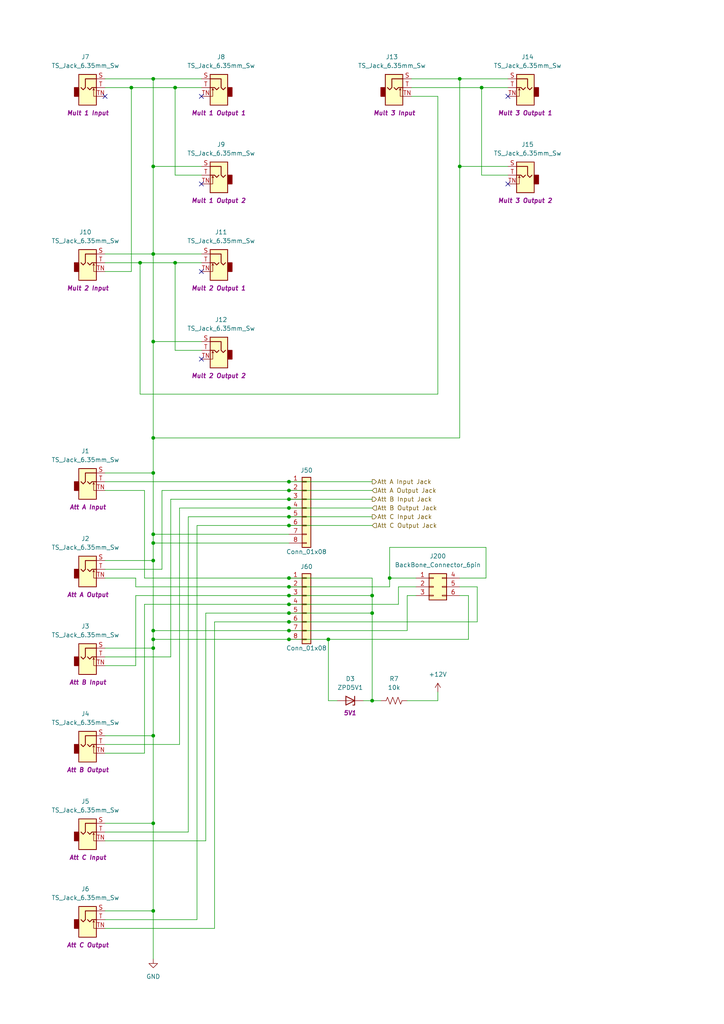
<source format=kicad_sch>
(kicad_sch (version 20250114) (generator "eeschema") (generator_version "9.0")
  (paper "A4" portrait)
  (title_block (company "DMH Instruments") (comment 1 "PCB for 5 cm Kosmo format synthesizer module"))
  (lib_symbols
    (symbol "Connector_Generic:Conn_01x08" (pin_names (offset 1.016) (hide yes))
      (property "Reference" "J" (at 0 10.16 0))
      (property "Value" "Conn_01x08" (at 0 -12.7 0))
      (symbol "Conn_01x08_1_1"
        (rectangle (start -1.27 8.89) (end 1.27 -11.43) (stroke (width 0.254)) (fill (type background)))
        (rectangle (start -1.27 7.747) (end 0 7.493) (stroke (width 0.1524)))
        (rectangle (start -1.27 5.207) (end 0 4.953) (stroke (width 0.1524)))
        (rectangle (start -1.27 2.667) (end 0 2.413) (stroke (width 0.1524)))
        (rectangle (start -1.27 0.127) (end 0 -0.127) (stroke (width 0.1524)))
        (rectangle (start -1.27 -2.413) (end 0 -2.667) (stroke (width 0.1524)))
        (rectangle (start -1.27 -4.953) (end 0 -5.207) (stroke (width 0.1524)))
        (rectangle (start -1.27 -7.493) (end 0 -7.747) (stroke (width 0.1524)))
        (rectangle (start -1.27 -10.033) (end 0 -10.287) (stroke (width 0.1524)))
        (pin passive line (at -5.08 7.62 0) (length 3.81) (name "Pin_1") (number "1"))
        (pin passive line (at -5.08 5.08 0) (length 3.81) (name "Pin_2") (number "2"))
        (pin passive line (at -5.08 2.54 0) (length 3.81) (name "Pin_3") (number "3"))
        (pin passive line (at -5.08 0 0) (length 3.81) (name "Pin_4") (number "4"))
        (pin passive line (at -5.08 -2.54 0) (length 3.81) (name "Pin_5") (number "5"))
        (pin passive line (at -5.08 -5.08 0) (length 3.81) (name "Pin_6") (number "6"))
        (pin passive line (at -5.08 -7.62 0) (length 3.81) (name "Pin_7") (number "7"))
        (pin passive line (at -5.08 -10.16 0) (length 3.81) (name "Pin_8") (number "8"))
      )
    )
    (symbol "Device:R_US" (pin_numbers (hide yes)) (pin_names (offset 0))
      (property "Reference" "R" (at 2.54 0 90))
      (property "Value" "R_US" (at -2.54 0 90))
      (symbol "R_US_0_1"
        (polyline (pts (xy 0 2.286) (xy 0 2.54)))
        (polyline (pts (xy 0 2.286) (xy 1.016 1.905) (xy 0 1.524) (xy -1.016 1.143) (xy 0 0.762)))
        (polyline (pts (xy 0 0.762) (xy 1.016 0.381) (xy 0 0) (xy -1.016 -0.381) (xy 0 -0.762)))
        (polyline (pts (xy 0 -0.762) (xy 1.016 -1.143) (xy 0 -1.524) (xy -1.016 -1.905) (xy 0 -2.286)))
        (polyline (pts (xy 0 -2.286) (xy 0 -2.54)))
      )
      (symbol "R_US_1_1"
        (pin passive line (at 0 3.81 270) (length 1.27) (name "~") (number "1"))
        (pin passive line (at 0 -3.81 90) (length 1.27) (name "~") (number "2"))
      )
    )
    (symbol "Diode:ZPDxx" (pin_numbers (hide yes)) (pin_names (hide yes))
      (property "Reference" "D" (at 0 2.54 0))
      (property "Value" "ZPDxx" (at 0 -2.54 0))
      (symbol "ZPDxx_0_1"
        (polyline (pts (xy -1.27 -1.27) (xy -1.27 1.27) (xy -0.762 1.27)) (stroke (width 0.254)))
        (polyline (pts (xy 1.27 0) (xy -1.27 0)))
        (polyline (pts (xy 1.27 -1.27) (xy 1.27 1.27) (xy -1.27 0) (xy 1.27 -1.27)) (stroke (width 0.254)))
      )
      (symbol "ZPDxx_1_1"
        (pin passive line (at -3.81 0 0) (length 2.54) (name "K") (number "1"))
        (pin passive line (at 3.81 0 180) (length 2.54) (name "A") (number "2"))
      )
    )
    (symbol "SynthStuff:BackBone_Connector_6pin" (pin_names (offset 1.016) (hide yes))
      (property "Reference" "J" (at 1.27 5.08 0))
      (property "Value" "BackBone_Connector_6pin" (at 1.27 -5.08 0))
      (symbol "BackBone_Connector_6pin_1_1"
        (rectangle (start -1.27 3.81) (end 3.81 -3.81) (stroke (width 0.254)) (fill (type background)))
        (rectangle (start -1.27 2.667) (end 0 2.413) (stroke (width 0.1524)))
        (rectangle (start -1.27 0.127) (end 0 -0.127) (stroke (width 0.1524)))
        (rectangle (start -1.27 -2.413) (end 0 -2.667) (stroke (width 0.1524)))
        (rectangle (start 3.81 2.667) (end 2.54 2.413) (stroke (width 0.1524)))
        (rectangle (start 3.81 0.127) (end 2.54 -0.127) (stroke (width 0.1524)))
        (rectangle (start 3.81 -2.413) (end 2.54 -2.667) (stroke (width 0.1524)))
        (pin passive line (at -5.08 2.54 0) (length 3.81) (name "Pin_1") (number "1"))
        (pin passive line (at -5.08 0 0) (length 3.81) (name "Pin_2") (number "2"))
        (pin passive line (at -5.08 -2.54 0) (length 3.81) (name "Pin_3") (number "3"))
        (pin passive line (at 7.62 2.54 180) (length 3.81) (name "Pin_4") (number "4"))
        (pin passive line (at 7.62 0 180) (length 3.81) (name "Pin_5") (number "5"))
        (pin passive line (at 7.62 -2.54 180) (length 3.81) (name "Pin_6") (number "6"))
      )
    )
    (symbol "SynthStuff:TS_Jack_6.35mm_Sw"
      (property "Reference" "J" (at -0.635 8.89 0))
      (property "Value" "TS_Jack_6.35mm_Sw" (at -0.635 6.35 0))
      (symbol "TS_Jack_6.35mm_Sw_0_1"
        (rectangle (start -2.54 0) (end -3.81 -2.54) (stroke (width 0.254)) (fill (type outline)))
        (polyline (pts (xy 0 0) (xy 0.635 -0.635) (xy 1.27 0) (xy 2.54 0)) (stroke (width 0.254)))
        (polyline (pts (xy 1.778 -0.254) (xy 2.032 -0.762)))
        (rectangle (start 2.54 3.81) (end -2.54 -5.08) (stroke (width 0.254)) (fill (type background)))
        (polyline (pts (xy 2.54 2.54) (xy -0.635 2.54) (xy -0.635 0) (xy -1.27 -0.635) (xy -1.905 0)) (stroke (width 0.254)))
        (polyline (pts (xy 2.54 -2.54) (xy 1.778 -2.54) (xy 1.778 -0.254) (xy 1.524 -0.762)))
      )
      (symbol "TS_Jack_6.35mm_Sw_1_1"
        (pin passive line (at 5.08 2.54 180) (length 2.54) (name "~") (number "S"))
        (pin passive line (at 5.08 0 180) (length 2.54) (name "~") (number "T"))
        (pin passive line (at 5.08 -2.54 180) (length 2.54) (name "~") (number "TN"))
      )
    )
    (symbol "power:+12V" (power) (pin_numbers (hide yes)) (pin_names (offset 0) (hide yes))
      (property "Value" "+12V" (at 0 3.556 0))
      (symbol "+12V_0_1"
        (polyline (pts (xy -0.762 1.27) (xy 0 2.54)))
        (polyline (pts (xy 0 2.54) (xy 0.762 1.27)))
        (polyline (pts (xy 0 0) (xy 0 2.54)))
      )
      (symbol "+12V_1_1"
        (pin power_in line (at 0 0 90) (length 0) (name "~") (number "1"))
      )
    )
    (symbol "power:GND" (power) (pin_numbers (hide yes)) (pin_names (offset 0) (hide yes))
      (property "Value" "GND" (at 0 -3.81 0))
      (symbol "GND_0_1"
        (polyline (pts (xy 0 0) (xy 0 -1.27) (xy 1.27 -1.27) (xy 0 -2.54) (xy -1.27 -1.27) (xy 0 -1.27)))
      )
      (symbol "GND_1_1"
        (pin power_in line (at 0 0 270) (length 0) (name "~") (number "1"))
      )
    )
  )
  (junction (at 44.45 137.16))
  (junction (at 83.82 142.24))
  (junction (at 113.03 167.64))
  (junction (at 44.45 185.42))
  (junction (at 44.45 162.56))
  (junction (at 83.82 152.4))
  (junction (at 139.7 25.4))
  (junction (at 83.82 144.78))
  (junction (at 44.45 264.16))
  (junction (at 83.82 180.34))
  (junction (at 83.82 149.86))
  (junction (at 38.1 25.4))
  (junction (at 107.95 203.2))
  (junction (at 83.82 147.32))
  (junction (at 83.82 185.42))
  (junction (at 50.8 25.4))
  (junction (at 44.45 238.76))
  (junction (at 107.95 172.72))
  (junction (at 44.45 99.06))
  (junction (at 95.25 185.42))
  (junction (at 44.45 73.66))
  (junction (at 133.35 48.26))
  (junction (at 44.45 154.94))
  (junction (at 44.45 182.88))
  (junction (at 83.82 167.64))
  (junction (at 107.95 177.8))
  (junction (at 50.8 76.2))
  (junction (at 40.64 76.2))
  (junction (at 83.82 177.8))
  (junction (at 83.82 182.88))
  (junction (at 44.45 213.36))
  (junction (at 44.45 157.48))
  (junction (at 44.45 187.96))
  (junction (at 44.45 22.86))
  (junction (at 133.35 22.86))
  (junction (at 83.82 175.26))
  (junction (at 83.82 172.72))
  (junction (at 44.45 127))
  (junction (at 83.82 139.7))
  (junction (at 83.82 170.18))
  (junction (at 44.45 48.26))
  (no_connect (at 58.42 104.14))
  (no_connect (at 58.42 53.34))
  (no_connect (at 147.32 53.34))
  (no_connect (at 147.32 27.94))
  (no_connect (at 58.42 78.74))
  (no_connect (at 58.42 27.94))
  (no_connect (at 30.48 27.94))
  (wire (pts (xy 44.45 48.26) (xy 44.45 22.86)))
  (wire (pts (xy 118.11 172.72) (xy 118.11 182.88)))
  (wire (pts (xy 30.48 213.36) (xy 44.45 213.36)))
  (wire (pts (xy 115.57 175.26) (xy 115.57 170.18)))
  (wire (pts (xy 44.45 238.76) (xy 44.45 264.16)))
  (wire (pts (xy 30.48 25.4) (xy 38.1 25.4)))
  (wire (pts (xy 83.82 167.64) (xy 107.95 167.64)))
  (wire (pts (xy 41.91 142.24) (xy 41.91 167.64)))
  (wire (pts (xy 83.82 147.32) (xy 107.95 147.32)))
  (wire (pts (xy 95.25 185.42) (xy 95.25 203.2)))
  (wire (pts (xy 38.1 25.4) (xy 50.8 25.4)))
  (wire (pts (xy 50.8 25.4) (xy 58.42 25.4)))
  (wire (pts (xy 44.45 182.88) (xy 83.82 182.88)))
  (wire (pts (xy 133.35 48.26) (xy 133.35 22.86)))
  (wire (pts (xy 49.53 190.5) (xy 49.53 144.78)))
  (wire (pts (xy 54.61 149.86) (xy 83.82 149.86)))
  (wire (pts (xy 83.82 149.86) (xy 107.95 149.86)))
  (wire (pts (xy 44.45 99.06) (xy 44.45 127)))
  (wire (pts (xy 30.48 269.24) (xy 62.23 269.24)))
  (wire (pts (xy 50.8 101.6) (xy 50.8 76.2)))
  (wire (pts (xy 118.11 172.72) (xy 120.65 172.72)))
  (wire (pts (xy 83.82 175.26) (xy 115.57 175.26)))
  (wire (pts (xy 138.43 170.18) (xy 138.43 180.34)))
  (wire (pts (xy 57.15 266.7) (xy 57.15 152.4)))
  (wire (pts (xy 118.11 203.2) (xy 127 203.2)))
  (wire (pts (xy 30.48 78.74) (xy 38.1 78.74)))
  (wire (pts (xy 30.48 215.9) (xy 52.07 215.9)))
  (wire (pts (xy 113.03 167.64) (xy 120.65 167.64)))
  (wire (pts (xy 113.03 158.75) (xy 140.97 158.75)))
  (wire (pts (xy 44.45 127) (xy 133.35 127)))
  (wire (pts (xy 41.91 175.26) (xy 83.82 175.26)))
  (wire (pts (xy 133.35 48.26) (xy 133.35 127)))
  (wire (pts (xy 139.7 50.8) (xy 139.7 25.4)))
  (wire (pts (xy 140.97 167.64) (xy 133.35 167.64)))
  (wire (pts (xy 41.91 167.64) (xy 83.82 167.64)))
  (wire (pts (xy 62.23 180.34) (xy 83.82 180.34)))
  (wire (pts (xy 147.32 50.8) (xy 139.7 50.8)))
  (wire (pts (xy 135.89 172.72) (xy 135.89 185.42)))
  (wire (pts (xy 58.42 73.66) (xy 44.45 73.66)))
  (wire (pts (xy 46.99 142.24) (xy 83.82 142.24)))
  (wire (pts (xy 115.57 170.18) (xy 120.65 170.18)))
  (wire (pts (xy 30.48 167.64) (xy 39.37 167.64)))
  (wire (pts (xy 139.7 25.4) (xy 147.32 25.4)))
  (wire (pts (xy 52.07 215.9) (xy 52.07 147.32)))
  (wire (pts (xy 44.45 154.94) (xy 83.82 154.94)))
  (wire (pts (xy 40.64 76.2) (xy 50.8 76.2)))
  (wire (pts (xy 97.79 203.2) (xy 95.25 203.2)))
  (wire (pts (xy 39.37 170.18) (xy 83.82 170.18)))
  (wire (pts (xy 83.82 144.78) (xy 107.95 144.78)))
  (wire (pts (xy 83.82 152.4) (xy 107.95 152.4)))
  (wire (pts (xy 113.03 170.18) (xy 113.03 167.64)))
  (wire (pts (xy 107.95 203.2) (xy 110.49 203.2)))
  (wire (pts (xy 49.53 144.78) (xy 83.82 144.78)))
  (wire (pts (xy 83.82 182.88) (xy 118.11 182.88)))
  (wire (pts (xy 40.64 114.3) (xy 40.64 76.2)))
  (wire (pts (xy 105.41 203.2) (xy 107.95 203.2)))
  (wire (pts (xy 58.42 50.8) (xy 50.8 50.8)))
  (wire (pts (xy 44.45 154.94) (xy 44.45 157.48)))
  (wire (pts (xy 30.48 139.7) (xy 83.82 139.7)))
  (wire (pts (xy 30.48 142.24) (xy 41.91 142.24)))
  (wire (pts (xy 30.48 241.3) (xy 54.61 241.3)))
  (wire (pts (xy 44.45 99.06) (xy 44.45 73.66)))
  (wire (pts (xy 30.48 76.2) (xy 40.64 76.2)))
  (wire (pts (xy 39.37 167.64) (xy 39.37 170.18)))
  (wire (pts (xy 30.48 22.86) (xy 44.45 22.86)))
  (wire (pts (xy 58.42 99.06) (xy 44.45 99.06)))
  (wire (pts (xy 44.45 187.96) (xy 44.45 213.36)))
  (wire (pts (xy 38.1 25.4) (xy 38.1 78.74)))
  (wire (pts (xy 59.69 243.84) (xy 59.69 177.8)))
  (wire (pts (xy 107.95 172.72) (xy 107.95 167.64)))
  (wire (pts (xy 140.97 158.75) (xy 140.97 167.64)))
  (wire (pts (xy 119.38 27.94) (xy 127 27.94)))
  (wire (pts (xy 30.48 266.7) (xy 57.15 266.7)))
  (wire (pts (xy 58.42 101.6) (xy 50.8 101.6)))
  (wire (pts (xy 30.48 165.1) (xy 46.99 165.1)))
  (wire (pts (xy 127 203.2) (xy 127 200.66)))
  (wire (pts (xy 30.48 73.66) (xy 44.45 73.66)))
  (wire (pts (xy 30.48 264.16) (xy 44.45 264.16)))
  (wire (pts (xy 44.45 162.56) (xy 44.45 182.88)))
  (wire (pts (xy 50.8 76.2) (xy 58.42 76.2)))
  (wire (pts (xy 39.37 193.04) (xy 39.37 172.72)))
  (wire (pts (xy 62.23 269.24) (xy 62.23 180.34)))
  (wire (pts (xy 30.48 238.76) (xy 44.45 238.76)))
  (wire (pts (xy 44.45 185.42) (xy 83.82 185.42)))
  (wire (pts (xy 133.35 22.86) (xy 147.32 22.86)))
  (wire (pts (xy 58.42 48.26) (xy 44.45 48.26)))
  (wire (pts (xy 147.32 48.26) (xy 133.35 48.26)))
  (wire (pts (xy 50.8 50.8) (xy 50.8 25.4)))
  (wire (pts (xy 30.48 137.16) (xy 44.45 137.16)))
  (wire (pts (xy 44.45 73.66) (xy 44.45 48.26)))
  (wire (pts (xy 44.45 213.36) (xy 44.45 238.76)))
  (wire (pts (xy 39.37 172.72) (xy 83.82 172.72)))
  (wire (pts (xy 113.03 167.64) (xy 113.03 158.75)))
  (wire (pts (xy 52.07 147.32) (xy 83.82 147.32)))
  (wire (pts (xy 44.45 182.88) (xy 44.45 185.42)))
  (wire (pts (xy 44.45 264.16) (xy 44.45 278.13)))
  (wire (pts (xy 119.38 25.4) (xy 139.7 25.4)))
  (wire (pts (xy 138.43 170.18) (xy 133.35 170.18)))
  (wire (pts (xy 44.45 157.48) (xy 44.45 162.56)))
  (wire (pts (xy 107.95 203.2) (xy 107.95 177.8)))
  (wire (pts (xy 41.91 218.44) (xy 41.91 175.26)))
  (wire (pts (xy 133.35 172.72) (xy 135.89 172.72)))
  (wire (pts (xy 46.99 142.24) (xy 46.99 165.1)))
  (wire (pts (xy 138.43 180.34) (xy 83.82 180.34)))
  (wire (pts (xy 30.48 162.56) (xy 44.45 162.56)))
  (wire (pts (xy 127 27.94) (xy 127 114.3)))
  (wire (pts (xy 44.45 157.48) (xy 83.82 157.48)))
  (wire (pts (xy 30.48 193.04) (xy 39.37 193.04)))
  (wire (pts (xy 119.38 22.86) (xy 133.35 22.86)))
  (wire (pts (xy 30.48 243.84) (xy 59.69 243.84)))
  (wire (pts (xy 95.25 185.42) (xy 135.89 185.42)))
  (wire (pts (xy 40.64 114.3) (xy 127 114.3)))
  (wire (pts (xy 83.82 139.7) (xy 107.95 139.7)))
  (wire (pts (xy 44.45 137.16) (xy 44.45 154.94)))
  (wire (pts (xy 107.95 177.8) (xy 107.95 172.72)))
  (wire (pts (xy 30.48 190.5) (xy 49.53 190.5)))
  (wire (pts (xy 83.82 172.72) (xy 107.95 172.72)))
  (wire (pts (xy 83.82 177.8) (xy 107.95 177.8)))
  (wire (pts (xy 44.45 22.86) (xy 58.42 22.86)))
  (wire (pts (xy 44.45 127) (xy 44.45 137.16)))
  (wire (pts (xy 30.48 187.96) (xy 44.45 187.96)))
  (wire (pts (xy 44.45 185.42) (xy 44.45 187.96)))
  (wire (pts (xy 57.15 152.4) (xy 83.82 152.4)))
  (wire (pts (xy 83.82 142.24) (xy 107.95 142.24)))
  (wire (pts (xy 59.69 177.8) (xy 83.82 177.8)))
  (wire (pts (xy 83.82 185.42) (xy 95.25 185.42)))
  (wire (pts (xy 54.61 241.3) (xy 54.61 149.86)))
  (wire (pts (xy 83.82 170.18) (xy 113.03 170.18)))
  (wire (pts (xy 30.48 218.44) (xy 41.91 218.44)))
  (hierarchical_label "Att A Input Jack" (shape output) (at 107.95 139.7 0))
  (hierarchical_label "Att B Output Jack" (shape input) (at 107.95 147.32 0))
  (hierarchical_label "Att C Input Jack" (shape output) (at 107.95 149.86 0))
  (hierarchical_label "Att C Output Jack" (shape input) (at 107.95 152.4 0))
  (hierarchical_label "Att B Input Jack" (shape output) (at 107.95 144.78 0))
  (hierarchical_label "Att A Output Jack" (shape input) (at 107.95 142.24 0))
  (symbol (lib_id "SynthStuff:TS_Jack_6.35mm_Sw") (at 25.4 139.7 0) (unit 1) (on_board no)
    (property "Reference" "J1" (at 24.765 130.81 0))
    (property "Value" "TS_Jack_6.35mm_Sw" (at 24.765 133.35 0))
    (property "Footprint" "SynthStuff:CUI_MJ-63052A" (effects (hide yes)))
    (property "Description" "Audio Jack, 2 Poles (Mono / TS), Switched T Pole (Normalling), 6.35mm, 1/4inch" (effects (hide yes)))
    (property "Function" "Att A Input" (at 25.4 147.066 0) (effects (font (thickness 0.254) (bold yes) (italic yes))))
  )
  (symbol (lib_id "Connector_Generic:Conn_01x08") (at 88.9 147.32 0) (unit 1)
    (property "Reference" "J50" (at 87.122 136.398 0) (effects (justify left)))
    (property "Value" "Conn_01x08" (at 88.9 160.02 0))
    (property "Footprint" "Connector_PinSocket_2.54mm:PinSocket_1x06_P2.54mm_Vertical" (effects (hide yes)))
    (property "Description" "Generic connector, single row, 01x08, script generated (kicad-library-utils/schlib/autogen/connector/)" (effects (hide yes)))
  )
  (symbol (lib_id "power:GND") (at 44.45 278.13 0) (unit 1)
    (property "Reference" "#PWR03" (effects (hide yes)))
    (property "Value" "GND" (at 44.45 283.21 0))
    (property "Description" "Power symbol creates a global label with name \"GND\" , ground" (effects (hide yes)))
  )
  (symbol (lib_id "SynthStuff:TS_Jack_6.35mm_Sw") (at 25.4 190.5 0) (unit 1) (on_board no)
    (property "Reference" "J3" (at 24.765 181.61 0))
    (property "Value" "TS_Jack_6.35mm_Sw" (at 24.765 184.15 0))
    (property "Footprint" "SynthStuff:CUI_MJ-63052A" (effects (hide yes)))
    (property "Description" "Audio Jack, 2 Poles (Mono / TS), Switched T Pole (Normalling), 6.35mm, 1/4inch" (effects (hide yes)))
    (property "Function" "Att B Input" (at 25.4 197.866 0) (effects (font (thickness 0.254) (bold yes) (italic yes))))
  )
  (symbol (lib_id "Device:R_US") (at 114.3 203.2 90) (unit 1)
    (property "Reference" "R7" (at 114.3 196.85 90))
    (property "Value" "10k" (at 114.3 199.39 90))
    (property "Footprint" "Resistor_THT:R_Axial_DIN0207_L6.3mm_D2.5mm_P7.62mm_Horizontal" (effects (hide yes)))
    (property "Description" "Resistor, US symbol" (effects (hide yes)))
  )
  (symbol (lib_id "Diode:ZPDxx") (at 101.6 203.2 180) (unit 1)
    (property "Reference" "D3" (at 101.6 196.85 0))
    (property "Value" "ZPD5V1" (at 101.6 199.39 0))
    (property "Footprint" "Diode_THT:D_DO-35_SOD27_P7.62mm_Horizontal" (effects (hide yes)))
    (property "Datasheet" "http://diotec.com/tl_files/diotec/files/pdf/datasheets/zpd1" (effects (hide yes)))
    (property "Description" "500mW Zener Diode, DO-35" (effects (hide yes)))
    (property "Function" "5V1" (at 101.6 206.756 0) (effects (font (thickness 0.254) (bold yes) (italic yes))))
  )
  (symbol (lib_id "SynthStuff:TS_Jack_6.35mm_Sw") (at 63.5 25.4 0) (mirror y) (unit 1) (on_board no)
    (property "Reference" "J8" (at 64.135 16.51 0))
    (property "Value" "TS_Jack_6.35mm_Sw" (at 64.135 19.05 0))
    (property "Footprint" "SynthStuff:CUI_MJ-63052A" (effects (hide yes)))
    (property "Description" "Audio Jack, 2 Poles (Mono / TS), Switched T Pole (Normalling), 6.35mm, 1/4inch" (effects (hide yes)))
    (property "Function" "Mult 1 Output 1" (at 63.5 32.766 0) (effects (font (thickness 0.254) (bold yes) (italic yes))))
  )
  (symbol (lib_id "SynthStuff:TS_Jack_6.35mm_Sw") (at 152.4 25.4 0) (mirror y) (unit 1) (on_board no)
    (property "Reference" "J14" (at 153.035 16.51 0))
    (property "Value" "TS_Jack_6.35mm_Sw" (at 153.035 19.05 0))
    (property "Footprint" "SynthStuff:CUI_MJ-63052A" (effects (hide yes)))
    (property "Description" "Audio Jack, 2 Poles (Mono / TS), Switched T Pole (Normalling), 6.35mm, 1/4inch" (effects (hide yes)))
    (property "Function" "Mult 3 Output 1" (at 152.4 32.766 0) (effects (font (thickness 0.254) (bold yes) (italic yes))))
  )
  (symbol (lib_id "SynthStuff:TS_Jack_6.35mm_Sw") (at 63.5 76.2 0) (mirror y) (unit 1) (on_board no)
    (property "Reference" "J11" (at 64.135 67.31 0))
    (property "Value" "TS_Jack_6.35mm_Sw" (at 64.135 69.85 0))
    (property "Footprint" "SynthStuff:CUI_MJ-63052A" (effects (hide yes)))
    (property "Description" "Audio Jack, 2 Poles (Mono / TS), Switched T Pole (Normalling), 6.35mm, 1/4inch" (effects (hide yes)))
    (property "Function" "Mult 2 Output 1" (at 63.5 83.566 0) (effects (font (thickness 0.254) (bold yes) (italic yes))))
  )
  (symbol (lib_id "SynthStuff:TS_Jack_6.35mm_Sw") (at 25.4 266.7 0) (unit 1) (on_board no)
    (property "Reference" "J6" (at 24.765 257.81 0))
    (property "Value" "TS_Jack_6.35mm_Sw" (at 24.765 260.35 0))
    (property "Footprint" "SynthStuff:CUI_MJ-63052A" (effects (hide yes)))
    (property "Description" "Audio Jack, 2 Poles (Mono / TS), Switched T Pole (Normalling), 6.35mm, 1/4inch" (effects (hide yes)))
    (property "Function" "Att C Output" (at 25.4 274.066 0) (effects (font (thickness 0.254) (bold yes) (italic yes))))
  )
  (symbol (lib_id "power:+12V") (at 127 200.66 0) (unit 1)
    (property "Reference" "#PWR04" (effects (hide yes)))
    (property "Value" "+12V" (at 127 195.58 0))
    (property "Description" "Power symbol creates a global label with name \"+12V\"" (effects (hide yes)))
  )
  (symbol (lib_id "SynthStuff:TS_Jack_6.35mm_Sw") (at 25.4 25.4 0) (unit 1) (on_board no)
    (property "Reference" "J7" (at 24.765 16.51 0))
    (property "Value" "TS_Jack_6.35mm_Sw" (at 24.765 19.05 0))
    (property "Footprint" "SynthStuff:CUI_MJ-63052A" (effects (hide yes)))
    (property "Description" "Audio Jack, 2 Poles (Mono / TS), Switched T Pole (Normalling), 6.35mm, 1/4inch" (effects (hide yes)))
    (property "Function" "Mult 1 Input" (at 25.4 32.766 0) (effects (font (thickness 0.254) (bold yes) (italic yes))))
  )
  (symbol (lib_id "SynthStuff:TS_Jack_6.35mm_Sw") (at 63.5 50.8 0) (mirror y) (unit 1) (on_board no)
    (property "Reference" "J9" (at 64.135 41.91 0))
    (property "Value" "TS_Jack_6.35mm_Sw" (at 64.135 44.45 0))
    (property "Footprint" "SynthStuff:CUI_MJ-63052A" (effects (hide yes)))
    (property "Description" "Audio Jack, 2 Poles (Mono / TS), Switched T Pole (Normalling), 6.35mm, 1/4inch" (effects (hide yes)))
    (property "Function" "Mult 1 Output 2" (at 63.5 58.166 0) (effects (font (thickness 0.254) (bold yes) (italic yes))))
  )
  (symbol (lib_id "SynthStuff:TS_Jack_6.35mm_Sw") (at 63.5 101.6 0) (mirror y) (unit 1) (on_board no)
    (property "Reference" "J12" (at 64.135 92.71 0))
    (property "Value" "TS_Jack_6.35mm_Sw" (at 64.135 95.25 0))
    (property "Footprint" "SynthStuff:CUI_MJ-63052A" (effects (hide yes)))
    (property "Description" "Audio Jack, 2 Poles (Mono / TS), Switched T Pole (Normalling), 6.35mm, 1/4inch" (effects (hide yes)))
    (property "Function" "Mult 2 Output 2" (at 63.5 108.966 0) (effects (font (thickness 0.254) (bold yes) (italic yes))))
  )
  (symbol (lib_id "Connector_Generic:Conn_01x08") (at 88.9 175.26 0) (unit 1)
    (property "Reference" "J60" (at 87.122 164.338 0) (effects (justify left)))
    (property "Value" "Conn_01x08" (at 88.9 187.96 0))
    (property "Footprint" "Connector_PinSocket_2.54mm:PinSocket_1x06_P2.54mm_Vertical" (effects (hide yes)))
    (property "Description" "Generic connector, single row, 01x08, script generated (kicad-library-utils/schlib/autogen/connector/)" (effects (hide yes)))
  )
  (symbol (lib_id "SynthStuff:BackBone_Connector_6pin") (at 125.73 170.18 0) (unit 1)
    (property "Reference" "J200" (at 127 161.29 0))
    (property "Value" "BackBone_Connector_6pin" (at 127 163.83 0))
    (property "Footprint" "SynthStuff:IDC-Header_2x03_P2.54mm_Vertical_BackBone" (effects (hide yes)))
    (property "Description" "Generic connector, double row, 02x03, top/bottom pin numbering scheme (row 1: 1...pins_per_row, row2: pins_per_row+1 ... num_pins), script generated (kicad-library-utils/schlib/autogen/connector/)" (effects (hide yes)))
  )
  (symbol (lib_id "SynthStuff:TS_Jack_6.35mm_Sw") (at 25.4 165.1 0) (unit 1) (on_board no)
    (property "Reference" "J2" (at 24.765 156.21 0))
    (property "Value" "TS_Jack_6.35mm_Sw" (at 24.765 158.75 0))
    (property "Footprint" "SynthStuff:CUI_MJ-63052A" (effects (hide yes)))
    (property "Description" "Audio Jack, 2 Poles (Mono / TS), Switched T Pole (Normalling), 6.35mm, 1/4inch" (effects (hide yes)))
    (property "Function" "Att A Output" (at 25.4 172.466 0) (effects (font (thickness 0.254) (bold yes) (italic yes))))
  )
  (symbol (lib_id "SynthStuff:TS_Jack_6.35mm_Sw") (at 25.4 215.9 0) (unit 1) (on_board no)
    (property "Reference" "J4" (at 24.765 207.01 0))
    (property "Value" "TS_Jack_6.35mm_Sw" (at 24.765 209.55 0))
    (property "Footprint" "SynthStuff:CUI_MJ-63052A" (effects (hide yes)))
    (property "Description" "Audio Jack, 2 Poles (Mono / TS), Switched T Pole (Normalling), 6.35mm, 1/4inch" (effects (hide yes)))
    (property "Function" "Att B Output" (at 25.4 223.266 0) (effects (font (thickness 0.254) (bold yes) (italic yes))))
  )
  (symbol (lib_id "SynthStuff:TS_Jack_6.35mm_Sw") (at 114.3 25.4 0) (unit 1) (on_board no)
    (property "Reference" "J13" (at 113.665 16.51 0))
    (property "Value" "TS_Jack_6.35mm_Sw" (at 113.665 19.05 0))
    (property "Footprint" "SynthStuff:CUI_MJ-63052A" (effects (hide yes)))
    (property "Description" "Audio Jack, 2 Poles (Mono / TS), Switched T Pole (Normalling), 6.35mm, 1/4inch" (effects (hide yes)))
    (property "Function" "Mult 3 Input" (at 114.3 32.766 0) (effects (font (thickness 0.254) (bold yes) (italic yes))))
  )
  (symbol (lib_id "SynthStuff:TS_Jack_6.35mm_Sw") (at 25.4 76.2 0) (unit 1) (on_board no)
    (property "Reference" "J10" (at 24.765 67.31 0))
    (property "Value" "TS_Jack_6.35mm_Sw" (at 24.765 69.85 0))
    (property "Footprint" "SynthStuff:CUI_MJ-63052A" (effects (hide yes)))
    (property "Description" "Audio Jack, 2 Poles (Mono / TS), Switched T Pole (Normalling), 6.35mm, 1/4inch" (effects (hide yes)))
    (property "Function" "Mult 2 Input" (at 25.4 83.566 0) (effects (font (thickness 0.254) (bold yes) (italic yes))))
  )
  (symbol (lib_id "SynthStuff:TS_Jack_6.35mm_Sw") (at 152.4 50.8 0) (mirror y) (unit 1) (on_board no)
    (property "Reference" "J15" (at 153.035 41.91 0))
    (property "Value" "TS_Jack_6.35mm_Sw" (at 153.035 44.45 0))
    (property "Footprint" "SynthStuff:CUI_MJ-63052A" (effects (hide yes)))
    (property "Description" "Audio Jack, 2 Poles (Mono / TS), Switched T Pole (Normalling), 6.35mm, 1/4inch" (effects (hide yes)))
    (property "Function" "Mult 3 Output 2" (at 152.4 58.166 0) (effects (font (thickness 0.254) (bold yes) (italic yes))))
  )
  (symbol (lib_id "SynthStuff:TS_Jack_6.35mm_Sw") (at 25.4 241.3 0) (unit 1) (on_board no)
    (property "Reference" "J5" (at 24.765 232.41 0))
    (property "Value" "TS_Jack_6.35mm_Sw" (at 24.765 234.95 0))
    (property "Footprint" "SynthStuff:CUI_MJ-63052A" (effects (hide yes)))
    (property "Description" "Audio Jack, 2 Poles (Mono / TS), Switched T Pole (Normalling), 6.35mm, 1/4inch" (effects (hide yes)))
    (property "Function" "Att C Input" (at 25.4 248.666 0) (effects (font (thickness 0.254) (bold yes) (italic yes))))
  )
)
</source>
